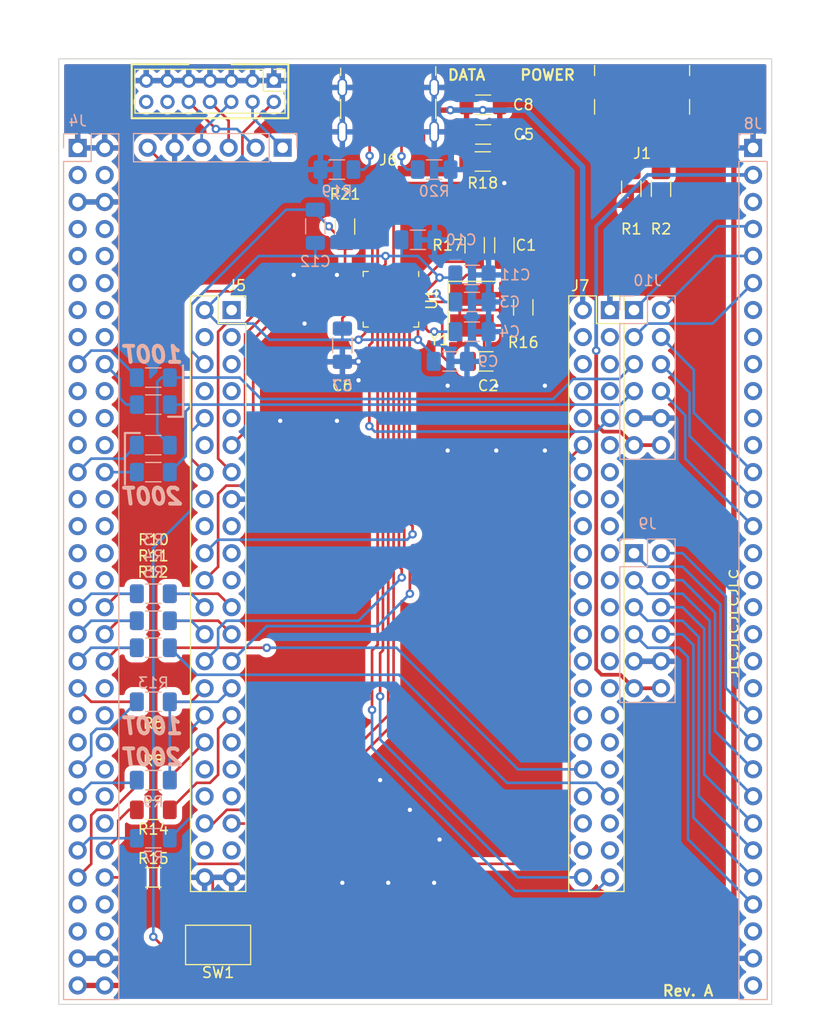
<source format=kicad_pcb>
(kicad_pcb (version 20211014) (generator pcbnew)
  (layers (0 "F.Cu" signal) (31 "B.Cu" signal) (34 "B.Paste" user) (35 "F.Paste" user) (36 "B.SilkS" user "B.Silkscreen") (37 "F.SilkS" user "F.Silkscreen") (38 "B.Mask" user) (39 "F.Mask" user) (44 "Edge.Cuts" user))
  (net 0 "")
  (net 1 "Net-(C6-Pad1)")
  (net 2 "Net-(J1-PadA5)")
  (net 3 "Net-(J1-PadB5)")
  (net 5 "GND")
  (net 8 "Net-(J4-Pad35)")
  (net 9 "Net-(J4-Pad36)")
  (net 10 "Net-(J4-Pad37)")
  (net 11 "Net-(J4-Pad38)")
  (net 12 "Net-(J4-Pad39)")
  (net 13 "Net-(J4-Pad40)")
  (net 14 "Net-(J4-Pad41)")
  (net 20 "Net-(J4-Pad47)")
  (net 22 "Net-(J4-Pad49)")
  (net 25 "Net-(J4-Pad53)")
  (net 26 "Net-(J4-Pad54)")
  (net 27 "Net-(J4-Pad55)")
  (net 28 "Net-(J4-Pad56)")
  (net 35 "/io2")
  (net 36 "/io3")
  (net 37 "/dqs")
  (net 38 "/io0")
  (net 39 "/io1")
  (net 40 "/io4")
  (net 41 "/clk")
  (net 42 "/io6")
  (net 43 "/io5")
  (net 44 "/ncs")
  (net 45 "/io7")
  (net 51 "/nrst")
  (net 64 "Net-(J6-PadA5)")
  (net 65 "Net-(J6-PadB5)")
  (net 66 "+5VD")
  (net 116 "IO_E5 ")
  (net 117 "IO_D5 ")
  (net 130 "/tms")
  (net 131 "/tdi")
  (net 132 "/tdo")
  (net 133 "/tck")
  (net 134 "/vref")
  (net 135 "Net-(J10-Pad1)")
  (net 136 "+5V")
  (net 137 "Net-(J10-Pad2)")
  (net 138 "Net-(J10-Pad3)")
  (net 145 "Net-(J10-Pad4)")
  (net 146 "Net-(J10-Pad6)")
  (net 147 "Net-(J10-Pad8)")
  (net 154 "Net-(J8-Pad22)")
  (net 155 "Net-(J8-Pad23)")
  (net 156 "+3.3V")
  (net 157 "/stp")
  (net 158 "/dir")
  (net 159 "/nxt")
  (net 160 "/reset")
  (net 161 "/d0")
  (net 162 "/ck")
  (net 163 "/d1")
  (net 164 "/d2")
  (net 165 "/d3")
  (net 166 "/d4")
  (net 167 "/d7")
  (net 168 "/d6")
  (net 169 "/d5")
  (net 170 "Net-(C1-Pad1)")
  (net 171 "/ready")
  (net 172 "Net-(J8-Pad24)")
  (net 173 "Net-(C2-Pad1)")
  (net 174 "Net-(C3-Pad1)")
  (net 175 "Net-(C4-Pad1)")
  (net 176 "VBUS")
  (net 177 "Net-(J8-Pad25)")
  (net 178 "Net-(J8-Pad26)")
  (net 182 "Net-(J8-Pad27)")
  (net 183 "Net-(J8-Pad28)")
  (net 184 "Net-(J8-Pad29)")
  (net 187 "Net-(R17-Pad1)")
  (net 188 "+3V3")
  (net 190 "DP")
  (net 191 "DM")
  (net 194 "Net-(J4-Pad17)")
  (net 195 "Net-(J4-Pad18)")
  (net 196 "Net-(J4-Pad25)")
  (net 197 "Net-(J4-Pad26)")
  (footprint "Resistor_SMD:R_1206_3216Metric_Pad1.30x1.75mm_HandSolder" (layer "F.Cu") (at 99.314 57.684 90)
    (fp_text reference "R21")
    (fp_text value "4.7k")
  )
  (footprint "Connector_PinSocket_2.54mm:PinSocket_2x22_P2.54mm_Vertical" (layer "F.Cu") (at 88.646 65.532)
    (fp_text reference "J5")
    (fp_text value "Conn_02x22_Odd_Even")
  )
  (footprint "Resistor_SMD:R_1206_3216Metric_Pad1.30x1.75mm_HandSolder" (layer "F.Cu") (at 81.28 97.282 180)
    (fp_text reference "R12")
    (fp_text value "33")
  )
  (footprint "Resistor_SMD:R_1206_3216Metric_Pad1.30x1.75mm_HandSolder" (layer "F.Cu") (at 112.268 51.562)
    (fp_text reference "R18")
    (fp_text value "5.1k")
  )
  (footprint "Resistor_SMD:R_1206_3216Metric_Pad1.30x1.75mm_HandSolder" (layer "F.Cu") (at 81.28 118.872 180)
    (fp_text reference "R15")
    (fp_text value "33")
  )
  (footprint "Capacitor_SMD:C_1206_3216Metric_Pad1.33x1.80mm_HandSolder" (layer "F.Cu") (at 112.3065 46.228)
    (fp_text reference "C8")
    (fp_text value "10n")
  )
  (footprint "Capacitor_SMD:C_1206_3216Metric_Pad1.33x1.80mm_HandSolder" (layer "F.Cu") (at 112.3065 49.022)
    (fp_text reference "C5")
    (fp_text value "4.7k")
  )
  (footprint "Crystal:Crystal_SMD_3225-4Pin_3.2x2.5mm_HandSoldering" (layer "F.Cu") (at 111.252 65.532 -90)
    (fp_text reference "Y1")
    (fp_text value "Crystal_GND24")
  )
  (footprint "Capacitor_SMD:C_1206_3216Metric_Pad1.33x1.80mm_HandSolder" (layer "F.Cu") (at 99.06 68.834 -90)
    (fp_text reference "C6")
    (fp_text value "4.7k")
  )
  (footprint "Package_DFN_QFN:QFN-32-1EP_5x5mm_P0.5mm_EP3.45x3.45mm" (layer "F.Cu") (at 103.632 64.516 -90)
    (fp_text reference "U1")
    (fp_text value "USB3300-EZK")
  )
  (footprint "Resistor_SMD:R_1206_3216Metric_Pad1.30x1.75mm_HandSolder" (layer "F.Cu") (at 81.28 94.742 180)
    (fp_text reference "R11")
    (fp_text value "33")
  )
  (footprint "My:USB_C_Receptacle_8pin" (layer "F.Cu") (at 103.376 46.849 180)
    (fp_text reference "J6")
    (fp_text value "USB_C_Receptacle_8pin")
  )
  (footprint "Resistor_SMD:R_1206_3216Metric_Pad1.30x1.75mm_HandSolder" (layer "F.Cu") (at 129.032 54.128 -90)
    (fp_text reference "R2")
    (fp_text value "5.1k")
  )
  (footprint "Connector_PinHeader_2.00mm:PinHeader_2x07_P2.00mm_Vertical" (layer "F.Cu") (at 92.614 43.958 -90)
    (fp_text reference "J3" hide)
    (fp_text value "Conn_02x07_Odd_Even")
  )
  (footprint "Resistor_SMD:R_1206_3216Metric_Pad1.30x1.75mm_HandSolder" (layer "F.Cu") (at 81.28 92.202 180)
    (fp_text reference "R10")
    (fp_text value "33")
  )
  (footprint "Capacitor_SMD:C_1206_3216Metric_Pad1.33x1.80mm_HandSolder" (layer "F.Cu") (at 114.3 59.436 90)
    (fp_text reference "C1")
    (fp_text value "20p")
  )
  (footprint "Resistor_SMD:R_1206_3216Metric_Pad1.30x1.75mm_HandSolder" (layer "F.Cu") (at 81.28 112.522 180)
    (fp_text reference "R14")
    (fp_text value "33")
  )
  (footprint "Resistor_SMD:R_1206_3216Metric_Pad1.30x1.75mm_HandSolder" (layer "F.Cu") (at 116.078 65.278 -90)
    (fp_text reference "R16")
    (fp_text value "1M")
  )
  (footprint "Resistor_SMD:R_1206_3216Metric_Pad1.30x1.75mm_HandSolder" (layer "F.Cu") (at 81.28 109.728)
    (fp_text reference "R8")
    (fp_text value "33")
  )
  (footprint "Resistor_SMD:R_1206_3216Metric_Pad1.30x1.75mm_HandSolder" (layer "F.Cu") (at 111.506 59.436 90)
    (fp_text reference "R17")
    (fp_text value "12k")
  )
  (footprint "Capacitor_SMD:C_1206_3216Metric_Pad1.33x1.80mm_HandSolder" (layer "F.Cu") (at 112.522 70.358)
    (fp_text reference "C2")
    (fp_text value "20p")
  )
  (footprint "Connector_PinSocket_2.54mm:PinSocket_2x22_P2.54mm_Vertical" (layer "F.Cu") (at 124.226 65.532)
    (fp_text reference "J7")
    (fp_text value "Conn_02x22_Odd_Even")
  )
  (footprint "My:USB_C_Receptacle_Power" (layer "F.Cu") (at 127.254 46.8645 180)
    (fp_text reference "J1")
    (fp_text value "USB_C_Receptacle_Power")
  )
  (footprint "Resistor_SMD:R_1206_3216Metric_Pad1.30x1.75mm_HandSolder" (layer "F.Cu") (at 126.238 54.128 -90)
    (fp_text reference "R1")
    (fp_text value "5.1k")
  )
  (footprint "Button_Switch_SMD:SW_SPST_CK_RS282G05A3" (layer "F.Cu") (at 87.376 125.222 180)
    (fp_text reference "SW1")
    (fp_text value "SW_Push")
  )
  (footprint "Resistor_SMD:R_1206_3216Metric_Pad1.30x1.75mm_HandSolder" (layer "F.Cu") (at 81.28 102.362)
    (fp_text reference "R6")
    (fp_text value "33")
  )
  (footprint "Resistor_SMD:R_1206_3216Metric_Pad1.30x1.75mm_HandSolder" (layer "B.Cu") (at 81.28 97.282)
    (fp_text reference "R5")
    (fp_text value "33")
  )
  (footprint "Connector_PinSocket_2.54mm:PinSocket_2x32_P2.54mm_Vertical" (layer "B.Cu") (at 74.168 50.292 180)
    (fp_text reference "J4")
    (fp_text value "Conn_02x32_Odd_Even")
  )
  (footprint "Connector_PinSocket_2.54mm:PinSocket_1x06_P2.54mm_Vertical" (layer "B.Cu") (at 93.447 50.267 90)
    (fp_text reference "J2" hide)
    (fp_text value "Conn_01x06_Male")
  )
  (footprint "Resistor_SMD:R_1206_3216Metric_Pad1.30x1.75mm_HandSolder" (layer "B.Cu") (at 81.28 94.742)
    (fp_text reference "R4")
    (fp_text value "33")
  )
  (footprint "Resistor_SMD:R_1206_3216Metric_Pad1.30x1.75mm_HandSolder" (layer "B.Cu") (at 81.28 78.232)
    (fp_text reference "R23" hide)
    (fp_text value "0")
  )
  (footprint "Resistor_SMD:R_1206_3216Metric_Pad1.30x1.75mm_HandSolder" (layer "B.Cu") (at 81.28 74.422 180)
    (fp_text reference "R24" hide)
    (fp_text value "0")
  )
  (footprint "Connector_PinSocket_2.54mm:PinSocket_2x06_P2.54mm_Vertical" (layer "B.Cu") (at 126.492 65.532 180)
    (fp_text reference "J10")
    (fp_text value "Conn_02x06_Odd_Even")
  )
  (footprint "Resistor_SMD:R_1206_3216Metric_Pad1.30x1.75mm_HandSolder" (layer "B.Cu") (at 81.28 102.362)
    (fp_text reference "R13")
    (fp_text value "33")
  )
  (footprint "Capacitor_SMD:C_1206_3216Metric_Pad1.33x1.80mm_HandSolder" (layer "B.Cu") (at 106.172 58.928)
    (fp_text reference "C10")
    (fp_text value "100n")
  )
  (footprint "Capacitor_SMD:C_1206_3216Metric_Pad1.33x1.80mm_HandSolder" (layer "B.Cu") (at 99.06 68.834 -90)
    (fp_text reference "C7")
    (fp_text value "100n")
  )
  (footprint "Resistor_SMD:R_1206_3216Metric_Pad1.30x1.75mm_HandSolder" (layer "B.Cu") (at 81.28 92.202)
    (fp_text reference "R3")
    (fp_text value "33")
  )
  (footprint "Resistor_SMD:R_1206_3216Metric_Pad1.30x1.75mm_HandSolder" (layer "B.Cu") (at 81.28 71.882)
    (fp_text reference "R22" hide)
    (fp_text value "0")
  )
  (footprint "Capacitor_SMD:C_1206_3216Metric_Pad1.33x1.80mm_HandSolder" (layer "B.Cu") (at 111.252 67.564)
    (fp_text reference "C4")
    (fp_text value "4.7k")
  )
  (footprint "Capacitor_SMD:C_1206_3216Metric_Pad1.33x1.80mm_HandSolder" (layer "B.Cu") (at 111.252 64.77)
    (fp_text reference "C3")
    (fp_text value "4.7k")
  )
  (footprint "Capacitor_SMD:C_1206_3216Metric_Pad1.33x1.80mm_HandSolder" (layer "B.Cu") (at 109.22 70.358)
    (fp_text reference "C9")
    (fp_text value "100n")
  )
  (footprint "Resistor_SMD:R_1206_3216Metric_Pad1.30x1.75mm_HandSolder" (layer "B.Cu") (at 81.28 80.772 180)
    (fp_text reference "R25" hide)
    (fp_text value "0")
  )
  (footprint "Resistor_SMD:R_1206_3216Metric_Pad1.30x1.75mm_HandSolder" (layer "B.Cu") (at 98.55 52.324)
    (fp_text reference "R19")
    (fp_text value "5.1k")
  )
  (footprint "Resistor_SMD:R_1206_3216Metric_Pad1.30x1.75mm_HandSolder" (layer "B.Cu") (at 81.28 115.189)
    (fp_text reference "R7")
    (fp_text value "33")
  )
  (footprint "Capacitor_SMD:C_1206_3216Metric_Pad1.33x1.80mm_HandSolder" (layer "B.Cu") (at 111.252 62.23)
    (fp_text reference "C11")
    (fp_text value "100n")
  )
  (footprint "Capacitor_SMD:C_1206_3216Metric_Pad1.33x1.80mm_HandSolder" (layer "B.Cu") (at 96.52 57.658 90)
    (fp_text reference "C12")
    (fp_text value "10n")
  )
  (footprint "Resistor_SMD:R_1206_3216Metric_Pad1.30x1.75mm_HandSolder" (layer "B.Cu") (at 107.694 52.324 180)
    (fp_text reference "R20")
    (fp_text value "5.1k")
  )
  (footprint "Connector_PinSocket_2.54mm:PinSocket_1x32_P2.54mm_Vertical" (layer "B.Cu") (at 137.693 50.287 180)
    (fp_text reference "J8")
    (fp_text value "Conn_01x32_Male")
  )
  (footprint "Connector_PinSocket_2.54mm:PinSocket_2x06_P2.54mm_Vertical" (layer "B.Cu") (at 126.492 88.392 180)
    (fp_text reference "J9")
    (fp_text value "Conn_02x06_Odd_Even")
  )
  (footprint "Resistor_SMD:R_1206_3216Metric_Pad1.30x1.75mm_HandSolder" (layer "B.Cu") (at 81.28 109.728)
    (fp_text reference "R9")
    (fp_text value "33")
  )
  (gr_line (start 78.613 81.915) (end 78.613 77.089) (layer "B.SilkS") (width 0.2))
  (gr_line (start 84.074 70.739) (end 84.074 75.565) (layer "B.SilkS") (width 0.2))
  (gr_line (start 82.677 75.565) (end 84.074 75.565) (layer "B.SilkS") (width 0.2))
  (gr_line (start 78.613 77.089) (end 80.01 77.089) (layer "B.SilkS") (width 0.2))
  (gr_line (start 79.248 42.418) (end 84.582 42.418) (layer "F.SilkS") (width 0.2))
  (gr_line (start 93.98 42.418) (end 93.98 47.498) (layer "F.SilkS") (width 0.2))
  (gr_line (start 79.248 47.498) (end 79.248 42.418) (layer "F.SilkS") (width 0.2))
  (gr_line (start 88.646 42.418) (end 93.98 42.418) (layer "F.SilkS") (width 0.2))
  (gr_line (start 93.98 47.498) (end 79.248 47.498) (layer "F.SilkS") (width 0.2))
  (gr_line (start 139.446 130.81) (end 72.39 130.81) (layer "Edge.Cuts") (width 0.1))
  (gr_line (start 72.39 130.81) (end 72.39 41.91) (layer "Edge.Cuts") (width 0.1))
  (gr_line (start 72.39 41.91) (end 139.446 41.91) (layer "Edge.Cuts") (width 0.1))
  (gr_line (start 139.446 41.91) (end 139.446 130.81) (layer "Edge.Cuts") (width 0.1))
  (gr_text "200T" (at 81.28 107.569) (layer "B.SilkS") (effects (font (size 1.5 1.5) (thickness 0.375) italic) (justify mirror)))
  (gr_text "200T" (at 81.28 83.058) (layer "B.SilkS") (effects (font (size 1.5 1.5) (thickness 0.375) italic) (justify mirror)))
  (gr_text "100T" (at 81.28 69.723) (layer "B.SilkS") (effects (font (size 1.5 1.5) (thickness 0.375) italic) (justify mirror)))
  (gr_text "100T" (at 81.28 104.648) (layer "B.SilkS") (effects (font (size 1.5 1.5) (thickness 0.375) italic) (justify mirror)))
  (gr_text "POWER" (at 118.364 43.434) (layer "F.SilkS") (effects (font (size 1 1) (thickness 0.2))))
  (gr_text "DATA" (at 110.744 43.434) (layer "F.SilkS") (effects (font (size 1 1) (thickness 0.2))))
  (gr_text "Rev. A" (at 131.572 129.54) (layer "F.SilkS") (effects (font (size 1 1) (thickness 0.2))))
  (gr_text "JLCJLCJLCJLC" (at 135.89 94.996 90) (layer "F.SilkS") (effects (font (size 0.8 1))))
  (segment (start 101.1945 65.766) (end 99.588 65.766) (width 0.25) (layer "F.Cu") (net 1))
  (segment (start 99.06 66.294) (end 99.06 67.2715) (width 0.25) (layer "F.Cu") (net 1))
  (segment (start 99.588 65.766) (end 99.06 66.294) (width 0.25) (layer "F.Cu") (net 1))
  (segment (start 127.762 48.6425) (end 127.762 51.308) (width 0.25) (layer "F.Cu") (net 2))
  (segment (start 127.762 51.308) (end 129.032 52.578) (width 0.25) (layer "F.Cu") (net 2))
  (segment (start 126.746 48.6425) (end 126.746 52.07) (width 0.25) (layer "F.Cu") (net 3))
  (segment (start 126.746 52.07) (end 126.238 52.578) (width 0.25) (layer "F.Cu") (net 3))
  (segment (start 99.058 50.546) (end 99.056 50.544) (width 0.25) (layer "F.Cu") (net 5))
  (segment (start 100.584 70.358) (end 100.5455 70.3965) (width 0.25) (layer "F.Cu") (net 5))
  (segment (start 124.714 63.246) (end 131.826 63.246) (width 0.25) (layer "F.Cu") (net 5))
  (segment (start 128.016 126.492) (end 131.774 122.734) (width 0.25) (layer "F.Cu") (net 5))
  (segment (start 112.402 64.082) (end 112.402 65.532) (width 0.25) (layer "F.Cu") (net 5))
  (segment (start 122.174 54.356) (end 121.9545 54.1365) (width 0.25) (layer "F.Cu") (net 5))
  (segment (start 111.506 65.532) (end 110.102 65.532) (width 0.25) (layer "F.Cu") (net 5))
  (segment (start 130.048 48.6425) (end 130.048 50.546) (width 0.25) (layer "F.Cu") (net 5))
  (segment (start 126.492 75.692) (end 129.032 75.692) (width 0.25) (layer "F.Cu") (net 5))
  (segment (start 114.0845 70.358) (end 117.602 70.358) (width 0.25) (layer "F.Cu") (net 5))
  (segment (start 123.4785 51.0195) (end 121.9545 51.0195) (width 0.25) (layer "F.Cu") (net 5))
  (segment (start 132.5535 54.8985) (end 131.774 55.678) (width 0.25) (layer "F.Cu") (net 5))
  (segment (start 124.226 63.734) (end 124.714 63.246) (width 0.25) (layer "F.Cu") (net 5))
  (segment (start 118.618 65.532) (end 111.506 65.532) (width 0.25) (layer "F.Cu") (net 5))
  (segment (start 96.52 70.866) (end 96.9895 70.3965) (width 0.25) (layer "F.Cu") (net 5))
  (segment (start 121.9545 52.0355) (end 121.9545 51.0195) (width 0.25) (layer "F.Cu") (net 5))
  (segment (start 126.492 98.552) (end 131.722 98.552) (width 0.25) (layer "F.Cu") (net 5))
  (segment (start 132.5535 48.3885) (end 132.5535 51.5275) (width 0.25) (layer "F.Cu") (net 5))
  (segment (start 107.188 60.706) (end 109.474 58.42) (width 0.25) (layer "F.Cu") (net 5))
  (segment (start 122.2085 48.6425) (end 121.9545 48.3885) (width 0.25) (layer "F.Cu") (net 5))
  (segment (start 100.5455 70.3965) (end 99.06 70.3965) (width 0.25) (layer "F.Cu") (net 5))
  (segment (start 131.0295 51.5275) (end 132.5535 51.5275) (width 0.25) (layer "F.Cu") (net 5))
  (segment (start 96.52 78.994) (end 96.52 70.866) (width 0.25) (layer "F.Cu") (net 5))
  (segment (start 118.618 60.706) (end 119.23 60.706) (width 0.25) (layer "F.Cu") (net 5))
  (segment (start 100.328 50.546) (end 99.058 50.546) (width 0.25) (layer "F.Cu") (net 5))
  (segment (start 89.408 83.332) (end 92.182 83.332) (width 0.25) (layer "F.Cu") (net 5))
  (segment (start 92.182 83.332) (end 96.52 78.994) (width 0.25) (layer "F.Cu") (net 5))
  (segment (start 137.693 45.999) (end 137.693 50.287) (width 0.25) (layer "F.Cu") (net 5))
  (segment (start 131.774 75.64) (end 131.774 65.48) (width 0.25) (layer "F.Cu") (net 5))
  (segment (start 109.474 58.42) (end 109.474 57.886) (width 0.25) (layer "F.Cu") (net 5))
  (segment (start 115.798 57.886) (end 118.618 60.706) (width 0.25) (layer "F.Cu") (net 5))
  (segment (start 74.168 126.492) (end 76.708 126.492) (width 0.25) (layer "F.Cu") (net 5))
  (segment (start 110.102 65.532) (end 110.102 66.982) (width 0.25) (layer "F.Cu") (net 5))
  (segment (start 131.774 122.734) (end 131.774 98.5) (width 0.25) (layer "F.Cu") (net 5))
  (segment (start 131.774 98.5) (end 131.774 75.64) (width 0.25) (layer "F.Cu") (net 5))
  (segment (start 96.52 44.6245) (end 121.9545 44.6245) (width 0.25) (layer "F.Cu") (net 5))
  (segment (start 92.63 43.942) (end 95.758 43.942) (width 0.25) (layer "F.Cu") (net 5))
  (segment (start 99.314 56.616) (end 99.314 54.864) (width 0.25) (layer "F.Cu") (net 5))
  (segment (start 104.882 62.0785) (end 104.882 63.266) (width 0.25) (layer "F.Cu") (net 5))
  (segment (start 124.258 55.678) (end 123.646 55.678) (width 0.25) (layer "F.Cu") (net 5))
  (segment (start 130.048 50.546) (end 131.0295 51.5275) (width 0.25) (layer "F.Cu") (net 5))
  (segment (start 96.9895 70.3965) (end 99.06 70.3965) (width 0.25) (layer "F.Cu") (net 5))
  (segment (start 97.028 49.022) (end 97.271 48.779) (width 0.25) (layer "F.Cu") (net 5))
  (segment (start 129.032 55.678) (end 126.238 55.678) (width 0.25) (layer "F.Cu") (net 5))
  (segment (start 119.23 60.706) (end 124.258 55.678) (width 0.25) (layer "F.Cu") (net 5))
  (segment (start 131.774 65.48) (end 131.774 55.678) (width 0.25) (layer "F.Cu") (net 5))
  (segment (start 104.882 63.266) (end 103.632 64.516) (width 0.25) (layer "F.Cu") (net 5))
  (segment (start 118.618 69.342) (end 118.618 60.706) (width 0.25) (layer "F.Cu") (net 5))
  (segment (start 126.238 55.678) (end 124.258 55.678) (width 0.25) (layer "F.Cu") (net 5))
  (segment (start 99.056 44.609) (end 99.056 48.779) (width 0.25) (layer "F.Cu") (net 5))
  (segment (start 99.314 54.864) (end 97.028 52.578) (width 0.25) (layer "F.Cu") (net 5))
  (segment (start 104.882 62.0785) (end 104.882 60.726) (width 0.25) (layer "F.Cu") (net 5))
  (segment (start 121.9545 48.3885) (end 121.9545 44.6245) (width 0.25) (layer "F.Cu") (net 5))
  (segment (start 132.5535 51.5275) (end 132.5535 54.8985) (width 0.25) (layer "F.Cu") (net 5))
  (segment (start 136.3185 44.6245) (end 137.693 45.999) (width 0.25) (layer "F.Cu") (net 5))
  (segment (start 124.46 50.038) (end 123.4785 51.0195) (width 0.25) (layer "F.Cu") (net 5))
  (segment (start 86.868 118.892) (end 86.868 126.492) (width 0.25) (layer "F.Cu") (net 5))
  (segment (start 112.402 65.532) (end 111.506 65.532) (width 0.25) (layer "F.Cu") (net 5))
  (segment (start 109.474 57.886) (end 115.798 57.886) (width 0.25) (layer "F.Cu") (net 5))
  (segment (start 106.678 50.8) (end 107.44 50.8) (width 0.25) (layer "F.Cu") (net 5))
  (segment (start 121.9545 44.6245) (end 132.5535 44.6245) (width 0.25) (layer "F.Cu") (net 5))
  (segment (start 105.382 62.0785) (end 105.382 60.706) (width 0.25) (layer "F.Cu") (net 5))
  (segment (start 86.868 118.892) (end 89.408 118.892) (width 0.25) (layer "F.Cu") (net 5))
  (segment (start 121.92 50.546) (end 121.9545 50.5115) (width 0.25) (layer "F.Cu") (net 5))
  (segment (start 123.496 55.678) (end 122.174 54.356) (width 0.25) (layer "F.Cu") (net 5))
  (segment (start 123.646 55.678) (end 123.496 55.678) (width 0.25) (layer "F.Cu") (net 5))
  (segment (start 132.5535 44.6245) (end 136.3185 44.6245) (width 0.25) (layer "F.Cu") (net 5))
  (segment (start 104.902 60.706) (end 105.664 60.706) (width 0.25) (layer "F.Cu") (net 5))
  (segment (start 131.722 75.692) (end 131.774 75.64) (width 0.25) (layer "F.Cu") (net 5))
  (segment (start 117.602 70.358) (end 118.618 69.342) (width 0.25) (layer "F.Cu") (net 5))
  (segment (start 121.9545 54.1365) (end 121.9545 52.0355) (width 0.25) (layer "F.Cu") (net 5))
  (segment (start 129.032 75.692) (end 131.722 75.692) (width 0.25) (layer "F.Cu") (net 5))
  (segment (start 90.932 126.492) (end 86.868 126.492) (width 0.25) (layer "F.Cu") (net 5))
  (segment (start 86.868 126.492) (end 76.708 126.492) (width 0.25) (layer "F.Cu") (net 5))
  (segment (start 92.614 43.958) (end 92.63 43.942) (width 0.25) (layer "F.Cu") (net 5))
  (segment (start 124.46 48.6425) (end 124.46 50.038) (width 0.25) (layer "F.Cu") (net 5))
  (segment (start 91.276 125.222) (end 91.276 126.492) (width 0.25) (layer "F.Cu") (net 5))
  (segment (start 97.271 48.779) (end 99.056 48.779) (width 0.25) (layer "F.Cu") (net 5))
  (segment (start 121.946 54.128) (end 122.174 54.356) (width 0.25) (layer "F.Cu") (net 5))
  (segment (start 95.756 43.942) (end 96.4385 44.6245) (width 0.25) (layer "F.Cu") (net 5))
  (segment (start 121.9545 50.5115) (end 121.9545 48.3885) (width 0.25) (layer "F.Cu") (net 5))
  (segment (start 107.44 50.8) (end 107.696 50.544) (width 0.25) (layer "F.Cu") (net 5))
  (segment (start 121.9545 51.0195) (end 121.9545 50.5115) (width 0.25) (layer "F.Cu") (net 5))
  (segment (start 107.696 50.544) (end 107.696 48.779) (width 0.25) (layer "F.Cu") (net 5))
  (segment (start 124.226 65.532) (end 124.226 63.734) (width 0.25) (layer "F.Cu") (net 5))
  (segment (start 105.382 60.706) (end 105.664 60.706) (width 0.25) (layer "F.Cu") (net 5))
  (segment (start 131.722 98.552) (end 131.774 98.5) (width 0.25) (layer "F.Cu") (net 5))
  (segment (start 131.774 55.678) (end 129.032 55.678) (width 0.25) (layer "F.Cu") (net 5))
  (segment (start 104.882 60.726) (end 104.902 60.706) (width 0.25) (layer "F.Cu") (net 5))
  (segment (start 128.016 126.492) (end 90.932 126.492) (width 0.25) (layer "F.Cu") (net 5))
  (segment (start 97.028 52.578) (end 97.028 49.022) (width 0.25) (layer "F.Cu") (net 5))
  (segment (start 99.056 50.544) (end 99.056 48.779) (width 0.25) (layer "F.Cu") (net 5))
  (segment (start 105.664 60.706) (end 107.188 60.706) (width 0.25) (layer "F.Cu") (net 5))
  (segment (start 106.678 49.359) (end 106.678 50.8) (width 0.25) (layer "F.Cu") (net 5))
  (segment (start 113.869 46.228) (end 113.869 49.022) (width 0.25) (layer "F.Cu") (net 5))
  (segment (start 100.328 49.359) (end 100.328 50.546) (width 0.25) (layer "F.Cu") (net 5))
  (via (at 93.218 75.946) (size 0.8) (drill 0.4) (layers "F.Cu" "B.Cu") (net 5))
  (via (at 100.584 70.358) (size 0.8) (drill 0.4) (layers "F.Cu" "B.Cu") (net 5))
  (via (at 98.552 75.946) (size 0.8) (drill 0.4) (layers "F.Cu" "B.Cu") (net 5))
  (via (at 108.966 78.74) (size 0.8) (drill 0.4) (layers "F.Cu" "B.Cu") (net 5))
  (via (at 103.378 119.38) (size 0.8) (drill 0.4) (layers "F.Cu" "B.Cu") (net 5))
  (via (at 99.06 119.38) (size 0.8) (drill 0.4) (layers "F.Cu" "B.Cu") (net 5))
  (via (at 116.078 49.276) (size 0.8) (drill 0.4) (layers "F.Cu" "B.Cu") (net 5))
  (via (at 118.11 78.74) (size 0.8) (drill 0.4) (layers "F.Cu" "B.Cu") (net 5))
  (via (at 108.204 115.316) (size 0.8) (drill 0.4) (layers "F.Cu" "B.Cu") (net 5))
  (via (at 100.584 72.136) (size 0.8) (drill 0.4) (layers "F.Cu" "B.Cu") (net 5))
  (via (at 95.504 66.802) (size 0.8) (drill 0.4) (layers "F.Cu" "B.Cu") (net 5))
  (via (at 118.11 72.644) (size 0.8) (drill 0.4) (layers "F.Cu" "B.Cu") (net 5))
  (via (at 108.966 72.644) (size 0.8) (drill 0.4) (layers "F.Cu" "B.Cu") (net 5))
  (via (at 113.538 72.644) (size 0.8) (drill 0.4) (layers "F.Cu" "B.Cu") (net 5))
  (via (at 114.3 53.594) (size 0.8) (drill 0.4) (layers "F.Cu" "B.Cu") (net 5))
  (via (at 107.696 119.38) (size 0.8) (drill 0.4) (layers "F.Cu" "B.Cu") (net 5))
  (via (at 102.616 109.728) (size 0.8) (drill 0.4) (layers "F.Cu" "B.Cu") (net 5))
  (via (at 94.488 62.23) (size 0.8) (drill 0.4) (layers "F.Cu" "B.Cu") (net 5))
  (via (at 105.41 112.522) (size 0.8) (drill 0.4) (layers "F.Cu" "B.Cu") (net 5))
  (via (at 98.552 62.23) (size 0.8) (drill 0.4) (layers "F.Cu" "B.Cu") (net 5))
  (via (at 113.538 78.74) (size 0.8) (drill 0.4) (layers "F.Cu" "B.Cu") (net 5))
  (segment (start 112.0525 70.358) (end 112.0525 70.0655) (width 0.25) (layer "B.Cu") (net 5))
  (segment (start 109.982 55.372) (end 109.982 58.928) (width 0.25) (layer "B.Cu") (net 5))
  (segment (start 76.713 126.487) (end 76.708 126.492) (width 0.25) (layer "B.Cu") (net 5))
  (segment (start 80.614 43.958) (end 92.614 43.958) (width 0.25) (layer "B.Cu") (net 5))
  (segment (start 79.248 43.958) (end 79.248 46.99) (width 0.25) (layer "B.Cu") (net 5))
  (segment (start 112.776 69.342) (end 112.776 60.96) (width 0.25) (layer "B.Cu") (net 5))
  (segment (start 80.614 43.958) (end 79.248 43.958) (width 0.25) (layer "B.Cu") (net 5))
  (segment (start 83.287 48.26) (end 83.287 50.267) (width 0.25) (layer "B.Cu") (net 5))
  (segment (start 80.518 48.26) (end 83.287 48.26) (width 0.25) (layer "B.Cu") (net 5))
  (segment (start 104.394 70.358) (end 106.172 72.136) (width 0.25) (layer "B.Cu") (net 5))
  (segment (start 78.232 50.292) (end 78.232 55.372) (width 0.25) (layer "B.Cu") (net 5))
  (segment (start 109.244 54.634) (end 109.982 55.372) (width 0.25) (layer "B.Cu") (net 5))
  (segment (start 74.168 50.292) (end 76.708 50.292) (width 0.25) (layer "B.Cu") (net 5))
  (segment (start 112.0525 70.358) (end 110.7825 70.358) (width 0.25) (layer "B.Cu") (net 5))
  (segment (start 112.776 60.96) (end 110.744 58.928) (width 0.25) (layer "B.Cu") (net 5))
  (segment (start 79.248 49.276) (end 79.248 46.99) (width 0.25) (layer "B.Cu") (net 5))
  (segment (start 107.7345 58.928) (end 109.982 58.928) (width 0.25) (layer "B.Cu") (net 5))
  (segment (start 100.584 70.358) (end 100.5455 70.3965) (width 0.25) (layer "B.Cu") (net 5))
  (segment (start 100.584 70.358) (end 104.394 70.358) (width 0.25) (layer "B.Cu") (net 5))
  (segment (start 110.744 58.928) (end 109.982 58.928) (width 0.25) (layer "B.Cu") (net 5))
  (segment (start 100.5455 70.3965) (end 99.06 70.3965) (width 0.25) (layer "B.Cu") (net 5))
  (segment (start 76.708 50.292) (end 78.232 50.292) (width 0.25) (layer "B.Cu") (net 5))
  (segment (start 106.172 72.136) (end 112.014 72.136) (width 0.25) (layer "B.Cu") (net 5))
  (segment (start 109.244 52.324) (end 109.244 54.634) (width 0.25) (layer "B.Cu") (net 5))
  (segment (start 78.232 50.292) (end 79.248 49.276) (width 0.25) (layer "B.Cu") (net 5))
  (segment (start 112.0525 70.0655) (end 112.776 69.342) (width 0.25) (layer "B.Cu") (net 5))
  (segment (start 99.056 50.268) (end 97 52.324) (width 0.25) (layer "B.Cu") (net 5))
  (segment (start 79.248 46.99) (end 80.518 48.26) (width 0.25) (layer "B.Cu") (net 5))
  (segment (start 78.232 55.372) (end 74.168 55.372) (width 0.25) (layer "B.Cu") (net 5))
  (segment (start 107.696 52.07) (end 107.95 52.324) (width 0.25) (layer "B.Cu") (net 5))
  (segment (start 137.693 126.487) (end 76.713 126.487) (width 0.25) (layer "B.Cu") (net 5))
  (segment (start 99.056 48.779) (end 99.056 50.268) (width 0.25) (layer "B.Cu") (net 5))
  (segment (start 107.696 44.609) (end 107.696 48.779) (width 0.25) (layer "B.Cu") (net 5))
  (segment (start 107.696 48.779) (end 107.696 52.07) (width 0.25) (layer "B.Cu") (net 5))
  (segment (start 112.0525 72.0975) (end 112.0525 70.358) (width 0.25) (layer "B.Cu") (net 5))
  (segment (start 107.95 52.324) (end 109.244 52.324) (width 0.25) (layer "B.Cu") (net 5))
  (segment (start 112.014 72.136) (end 112.0525 72.0975) (width 0.25) (layer "B.Cu") (net 5))
  (segment (start 86.868 118.892) (end 86.888 118.872) (width 0.25) (layer "B.Cu") (net 5))
  (segment (start 74.168 93.472) (end 75.438 92.202) (width 0.25) (layer "B.Cu") (net 8))
  (segment (start 75.438 92.202) (end 79.73 92.202) (width 0.25) (layer "B.Cu") (net 8))
  (segment (start 77.978 92.202) (end 76.708 93.472) (width 0.25) (layer "F.Cu") (net 9))
  (segment (start 79.73 92.202) (end 77.978 92.202) (width 0.25) (layer "F.Cu") (net 9))
  (segment (start 79.73 94.742) (end 75.438 94.742) (width 0.25) (layer "B.Cu") (net 10))
  (segment (start 75.438 94.742) (end 74.168 96.012) (width 0.25) (layer "B.Cu") (net 10))
  (segment (start 77.978 94.742) (end 76.708 96.012) (width 0.25) (layer "F.Cu") (net 11))
  (segment (start 79.73 94.742) (end 77.978 94.742) (width 0.25) (layer "F.Cu") (net 11))
  (segment (start 74.168 98.552) (end 75.438 97.282) (width 0.25) (layer "B.Cu") (net 12))
  (segment (start 75.438 97.282) (end 79.73 97.282) (width 0.25) (layer "B.Cu") (net 12))
  (segment (start 77.978 97.282) (end 76.708 98.552) (width 0.25) (layer "F.Cu") (net 13))
  (segment (start 79.73 97.282) (end 77.978 97.282) (width 0.25) (layer "F.Cu") (net 13))
  (segment (start 74.168 101.092) (end 75.438 102.362) (width 0.25) (layer "F.Cu") (net 14))
  (segment (start 75.438 102.362) (end 79.73 102.362) (width 0.25) (layer "F.Cu") (net 14))
  (segment (start 79.73 102.362) (end 77.19 104.902) (width 0.25) (layer "B.Cu") (net 20))
  (segment (start 75.438 107.442) (end 74.168 108.712) (width 0.25) (layer "B.Cu") (net 20))
  (segment (start 75.438 105.41) (end 75.438 107.442) (width 0.25) (layer "B.Cu") (net 20))
  (segment (start 75.946 104.902) (end 75.438 105.41) (width 0.25) (layer "B.Cu") (net 20))
  (segment (start 77.19 104.902) (end 75.946 104.902) (width 0.25) (layer "B.Cu") (net 20))
  (segment (start 79.476 109.982) (end 75.438 109.982) (width 0.25) (layer "B.Cu") (net 22))
  (segment (start 79.73 109.728) (end 79.476 109.982) (width 0.25) (layer "B.Cu") (net 22))
  (segment (start 75.438 109.982) (end 74.168 111.252) (width 0.25) (layer "B.Cu") (net 22))
  (segment (start 75.311 115.189) (end 74.168 116.332) (width 0.25) (layer "B.Cu") (net 25))
  (segment (start 79.73 115.189) (end 75.311 115.189) (width 0.25) (layer "B.Cu") (net 25))
  (segment (start 76.708 116.332) (end 77.978 115.062) (width 0.25) (layer "F.Cu") (net 26))
  (segment (start 78.994 112.522) (end 79.73 112.522) (width 0.25) (layer "F.Cu") (net 26))
  (segment (start 77.978 115.062) (end 77.978 113.538) (width 0.25) (layer "F.Cu") (net 26))
  (segment (start 77.978 113.538) (end 78.994 112.522) (width 0.25) (layer "F.Cu") (net 26))
  (segment (start 75.946 112.522) (end 75.438 113.03) (width 0.25) (layer "F.Cu") (net 27))
  (segment (start 75.438 113.03) (end 75.438 117.602) (width 0.25) (layer "F.Cu") (net 27))
  (segment (start 75.438 117.602) (end 74.168 118.872) (width 0.25) (layer "F.Cu") (net 27))
  (segment (start 79.73 110.236) (end 77.444 112.522) (width 0.25) (layer "F.Cu") (net 27))
  (segment (start 77.444 112.522) (end 75.946 112.522) (width 0.25) (layer "F.Cu") (net 27))
  (segment (start 79.73 109.728) (end 79.73 110.236) (width 0.25) (layer "F.Cu") (net 27))
  (segment (start 79.73 118.872) (end 76.708 118.872) (width 0.25) (layer "F.Cu") (net 28))
  (segment (start 84.836 92.202) (end 86.126 93.492) (width 0.25) (layer "B.Cu") (net 35))
  (segment (start 82.83 92.202) (end 84.836 92.202) (width 0.25) (layer "B.Cu") (net 35))
  (segment (start 82.83 92.202) (end 87.376 92.202) (width 0.25) (layer "F.Cu") (net 36))
  (segment (start 87.376 92.202) (end 88.666 93.492) (width 0.25) (layer "F.Cu") (net 36))
  (segment (start 82.83 94.742) (end 84.836 94.742) (width 0.25) (layer "B.Cu") (net 37))
  (segment (start 84.836 94.742) (end 86.126 96.032) (width 0.25) (layer "B.Cu") (net 37))
  (segment (start 104.394 99.822) (end 85.37 99.822) (width 0.25) (layer "B.Cu") (net 38))
  (segment (start 124.226 111.252) (end 122.956 109.982) (width 0.25) (layer "B.Cu") (net 38))
  (segment (start 114.554 109.982) (end 104.394 99.822) (width 0.25) (layer "B.Cu") (net 38))
  (segment (start 85.37 99.822) (end 82.83 97.282) (width 0.25) (layer "B.Cu") (net 38))
  (segment (start 122.956 109.982) (end 114.554 109.982) (width 0.25) (layer "B.Cu") (net 38))
  (segment (start 91.948 97.282) (end 82.83 97.282) (width 0.25) (layer "F.Cu") (net 39))
  (via (at 91.948 97.282) (size 0.8) (drill 0.4) (layers "F.Cu" "B.Cu") (net 39))
  (segment (start 115.57 108.712) (end 121.686 108.712) (width 0.25) (layer "B.Cu") (net 39))
  (segment (start 104.14 97.282) (end 115.57 108.712) (width 0.25) (layer "B.Cu") (net 39))
  (segment (start 91.948 97.282) (end 104.14 97.282) (width 0.25) (layer "B.Cu") (net 39))
  (segment (start 84.836 102.362) (end 82.83 102.362) (width 0.25) (layer "F.Cu") (net 40))
  (segment (start 86.106 101.092) (end 84.836 102.362) (width 0.25) (layer "F.Cu") (net 40))
  (segment (start 82.83 109.855) (end 82.83 102.59) (width 0.25) (layer "B.Cu") (net 41))
  (segment (start 87.376 102.362) (end 82.83 102.362) (width 0.25) (layer "B.Cu") (net 41))
  (segment (start 88.646 101.092) (end 87.376 102.362) (width 0.25) (layer "B.Cu") (net 41))
  (segment (start 82.83 102.59) (end 83.058 102.362) (width 0.25) (layer "B.Cu") (net 41))
  (segment (start 82.83 115.189) (end 84.836 113.183) (width 0.25) (layer "B.Cu") (net 42))
  (segment (start 84.836 104.902) (end 86.106 103.632) (width 0.25) (layer "B.Cu") (net 42))
  (segment (start 84.836 113.183) (end 84.836 104.902) (width 0.25) (layer "B.Cu") (net 42))
  (segment (start 87.376 109.22) (end 86.614 109.982) (width 0.25) (layer "F.Cu") (net 43))
  (segment (start 85.37 109.982) (end 82.83 112.522) (width 0.25) (layer "F.Cu") (net 43))
  (segment (start 87.376 104.902) (end 87.376 109.22) (width 0.25) (layer "F.Cu") (net 43))
  (segment (start 88.646 103.632) (end 87.376 104.902) (width 0.25) (layer "F.Cu") (net 43))
  (segment (start 86.614 109.982) (end 85.37 109.982) (width 0.25) (layer "F.Cu") (net 43))
  (segment (start 86.106 106.172) (end 82.83 109.448) (width 0.25) (layer "F.Cu") (net 44))
  (segment (start 82.83 109.448) (end 82.83 109.728) (width 0.25) (layer "F.Cu") (net 44))
  (segment (start 119.38 117.602) (end 84.1 117.602) (width 0.25) (layer "F.Cu") (net 45))
  (segment (start 120.396 79.522) (end 120.396 116.586) (width 0.25) (layer "F.Cu") (net 45))
  (segment (start 121.686 78.232) (end 120.396 79.522) (width 0.25) (layer "F.Cu") (net 45))
  (segment (start 120.396 116.586) (end 119.38 117.602) (width 0.25) (layer "F.Cu") (net 45))
  (segment (start 84.1 117.602) (end 82.83 118.872) (width 0.25) (layer "F.Cu") (net 45))
  (segment (start 82.042 125.222) (end 83.476 125.222) (width 0.25) (layer "F.Cu") (net 51))
  (segment (start 81.28 124.46) (end 82.042 125.222) (width 0.25) (layer "F.Cu") (net 51))
  (via (at 81.28 124.46) (size 0.8) (drill 0.4) (layers "F.Cu" "B.Cu") (net 51))
  (segment (start 84.836 76.962) (end 86.086 75.712) (width 0.25) (layer "B.Cu") (net 51))
  (segment (start 81.28 124.46) (end 81.28 87.884) (width 0.25) (layer "B.Cu") (net 51))
  (segment (start 84.836 84.328) (end 84.836 76.962) (width 0.25) (layer "B.Cu") (net 51))
  (segment (start 81.28 87.884) (end 84.836 84.328) (width 0.25) (layer "B.Cu") (net 51))
  (segment (start 104.626 49.359) (end 104.626 51.074) (width 0.25) (layer "F.Cu") (net 64))
  (via (at 104.626 51.074) (size 0.8) (drill 0.4) (layers "F.Cu" "B.Cu") (net 64))
  (segment (start 104.626 51.074) (end 104.626 51.796) (width 0.25) (layer "B.Cu") (net 64))
  (segment (start 105.154 52.324) (end 106.144 52.324) (width 0.25) (layer "B.Cu") (net 64))
  (segment (start 104.626 51.796) (end 105.154 52.324) (width 0.25) (layer "B.Cu") (net 64))
  (segment (start 101.626 49.359) (end 101.626 51.026) (width 0.25) (layer "F.Cu") (net 65))
  (via (at 101.626 51.026) (size 0.8) (drill 0.4) (layers "F.Cu" "B.Cu") (net 65))
  (segment (start 101.09 52.324) (end 100.1 52.324) (width 0.25) (layer "B.Cu") (net 65))
  (segment (start 101.626 51.026) (end 101.626 51.788) (width 0.25) (layer "B.Cu") (net 65))
  (segment (start 101.626 51.788) (end 101.09 52.324) (width 0.25) (layer "B.Cu") (net 65))
  (segment (start 103.882 54.614) (end 104.902 53.594) (width 0.25) (layer "F.Cu") (net 66))
  (segment (start 104.902 53.594) (end 111.786 53.594) (width 0.25) (layer "F.Cu") (net 66))
  (segment (start 103.882 62.0785) (end 103.882 54.614) (width 0.25) (layer "F.Cu") (net 66))
  (segment (start 111.786 53.594) (end 113.818 51.562) (width 0.25) (layer "F.Cu") (net 66))
  (segment (start 89.408 71.882) (end 91.423 73.897) (width 0.25) (layer "B.Cu") (net 116))
  (segment (start 81.661 72.263) (end 82.042 71.882) (width 0.25) (layer "B.Cu") (net 116))
  (segment (start 91.423 73.897) (end 118.889 73.897) (width 0.25) (layer "B.Cu") (net 116))
  (segment (start 82.83 78.232) (end 81.661 77.063) (width 0.25) (layer "B.Cu") (net 116))
  (segment (start 81.661 77.063) (end 81.661 72.263) (width 0.25) (layer "B.Cu") (net 116))
  (segment (start 82.042 71.882) (end 89.408 71.882) (width 0.25) (layer "B.Cu") (net 116))
  (segment (start 120.777 72.009) (end 125.095 72.009) (width 0.25) (layer "B.Cu") (net 116))
  (segment (start 118.889 73.897) (end 120.777 72.009) (width 0.25) (layer "B.Cu") (net 116))
  (segment (start 125.095 72.009) (end 126.492 70.612) (width 0.25) (layer "B.Cu") (net 116))
  (segment (start 125.222 74.422) (end 82.83 74.422) (width 0.25) (layer "B.Cu") (net 117))
  (segment (start 126.492 73.152) (end 125.222 74.422) (width 0.25) (layer "B.Cu") (net 117))
  (segment (start 84.328 79.274) (end 84.328 75.057) (width 0.25) (layer "B.Cu") (net 117))
  (segment (start 84.328 75.057) (end 84.963 74.422) (width 0.25) (layer "B.Cu") (net 117))
  (segment (start 82.83 80.772) (end 84.328 79.274) (width 0.25) (layer "B.Cu") (net 117))
  (segment (start 90.614 45.958) (end 90.614 47.434) (width 0.25) (layer "B.Cu") (net 130))
  (segment (start 90.614 47.434) (end 93.447 50.267) (width 0.25) (layer "B.Cu") (net 130))
  (segment (start 84.614 45.958) (end 87.167146 48.511146) (width 0.25) (layer "F.Cu") (net 131))
  (via (at 87.167146 48.511146) (size 0.8) (drill 0.4) (layers "F.Cu" "B.Cu") (net 131))
  (segment (start 89.151146 48.511146) (end 90.907 50.267) (width 0.25) (layer "B.Cu") (net 131))
  (segment (start 87.167146 48.511146) (end 89.151146 48.511146) (width 0.25) (layer "B.Cu") (net 131))
  (segment (start 88.138 47.482) (end 88.138 47.498) (width 0.25) (layer "F.Cu") (net 132))
  (segment (start 88.367 47.727) (end 88.367 50.267) (width 0.25) (layer "F.Cu") (net 132))
  (segment (start 86.614 45.958) (end 88.138 47.482) (width 0.25) (layer "F.Cu") (net 132))
  (segment (start 88.138 47.498) (end 88.367 47.727) (width 0.25) (layer "F.Cu") (net 132))
  (segment (start 88.614 45.958) (end 85.827 48.745) (width 0.25) (layer "B.Cu") (net 133))
  (segment (start 85.827 48.745) (end 85.827 50.267) (width 0.25) (layer "B.Cu") (net 133))
  (segment (start 92.614 45.958) (end 89.662 48.91) (width 0.25) (layer "F.Cu") (net 134))
  (segment (start 89.662 48.91) (end 89.662 51.054) (width 0.25) (layer "F.Cu") (net 134))
  (segment (start 89.662 51.054) (end 88.9 51.816) (width 0.25) (layer "F.Cu") (net 134))
  (segment (start 82.296 51.816) (end 80.747 50.267) (width 0.25) (layer "F.Cu") (net 134))
  (segment (start 88.9 51.816) (end 82.296 51.816) (width 0.25) (layer "F.Cu") (net 134))
  (segment (start 137.444 57.658) (end 137.693 57.907) (width 0.25) (layer "B.Cu") (net 135))
  (segment (start 126.492 65.532) (end 134.366 57.658) (width 0.25) (layer "B.Cu") (net 135))
  (segment (start 134.366 57.658) (end 137.444 57.658) (width 0.25) (layer "B.Cu") (net 135))
  (segment (start 129.794 46.482) (end 134.62 46.482) (width 0.5) (layer "F.Cu") (net 136))
  (segment (start 134.366 129.032) (end 76.708 129.032) (width 0.5) (layer "F.Cu") (net 136))
  (segment (start 126.5865 46.482) (end 129.794 46.482) (width 0.5) (layer "F.Cu") (net 136))
  (segment (start 128.778 48.6425) (end 128.778 47.498) (width 0.5) (layer "F.Cu") (net 136))
  (segment (start 125.73 48.6425) (end 125.73 47.3385) (width 0.5) (layer "F.Cu") (net 136))
  (segment (start 135.89 127.508) (end 134.366 129.032) (width 0.5) (layer "F.Cu") (net 136))
  (segment (start 125.73 47.3385) (end 126.5865 46.482) (width 0.5) (layer "F.Cu") (net 136))
  (segment (start 128.778 47.498) (end 129.794 46.482) (width 0.5) (layer "F.Cu") (net 136))
  (segment (start 74.168 129.032) (end 76.708 129.032) (width 0.5) (layer "F.Cu") (net 136))
  (segment (start 134.62 46.482) (end 135.89 47.752) (width 0.5) (layer "F.Cu") (net 136))
  (segment (start 135.89 47.752) (end 135.89 127.508) (width 0.5) (layer "F.Cu") (net 136))
  (segment (start 134.117 60.447) (end 137.693 60.447) (width 0.25) (layer "B.Cu") (net 137))
  (segment (start 129.032 65.532) (end 134.117 60.447) (width 0.25) (layer "B.Cu") (net 137))
  (segment (start 137.693 62.987) (end 133.878 66.802) (width 0.25) (layer "B.Cu") (net 138))
  (segment (start 133.878 66.802) (end 127.762 66.802) (width 0.25) (layer "B.Cu") (net 138))
  (segment (start 127.762 66.802) (end 126.492 68.072) (width 0.25) (layer "B.Cu") (net 138))
  (segment (start 132.118 75.192) (end 137.693 80.767) (width 0.25) (layer "B.Cu") (net 145))
  (segment (start 129.032 68.072) (end 132.118 71.158) (width 0.25) (layer "B.Cu") (net 145))
  (segment (start 132.118 71.158) (end 132.118 75.192) (width 0.25) (layer "B.Cu") (net 145))
  (segment (start 131.718 77.362) (end 137.663 83.307) (width 0.25) (layer "B.Cu") (net 146))
  (segment (start 131.718 73.298) (end 131.718 77.362) (width 0.25) (layer "B.Cu") (net 146))
  (segment (start 137.663 83.307) (end 137.693 83.307) (width 0.25) (layer "B.Cu") (net 146))
  (segment (start 129.032 70.612) (end 131.718 73.298) (width 0.25) (layer "B.Cu") (net 146))
  (segment (start 129.032 73.152) (end 131.318 75.438) (width 0.25) (layer "B.Cu") (net 147))
  (segment (start 131.318 75.438) (end 131.318 79.502) (width 0.25) (layer "B.Cu") (net 147))
  (segment (start 131.318 79.502) (end 135.128 83.312) (width 0.25) (layer "B.Cu") (net 147))
  (segment (start 135.128 83.312) (end 135.158 83.312) (width 0.25) (layer "B.Cu") (net 147))
  (segment (start 135.158 83.312) (end 137.693 85.847) (width 0.25) (layer "B.Cu") (net 147))
  (segment (start 135.128 92.456) (end 131.064 88.392) (width 0.25) (layer "B.Cu") (net 154))
  (segment (start 135.128 101.062) (end 135.128 92.456) (width 0.25) (layer "B.Cu") (net 154))
  (segment (start 137.693 103.627) (end 135.128 101.062) (width 0.25) (layer "B.Cu") (net 154))
  (segment (start 131.064 88.392) (end 129.032 88.392) (width 0.25) (layer "B.Cu") (net 154))
  (segment (start 126.492 88.392) (end 127.762 89.662) (width 0.25) (layer "B.Cu") (net 155))
  (segment (start 134.62 93.218) (end 134.62 103.094) (width 0.25) (layer "B.Cu") (net 155))
  (segment (start 134.62 103.094) (end 137.693 106.167) (width 0.25) (layer "B.Cu") (net 155))
  (segment (start 127.762 89.662) (end 131.064 89.662) (width 0.25) (layer "B.Cu") (net 155))
  (segment (start 131.064 89.662) (end 134.62 93.218) (width 0.25) (layer "B.Cu") (net 155))
  (segment (start 102.882 61.456) (end 102.882 62.0785) (width 0.25) (layer "F.Cu") (net 156))
  (segment (start 108.204 62.484) (end 106.922 63.766) (width 0.25) (layer "F.Cu") (net 156))
  (segment (start 106.922 63.766) (end 106.0695 63.766) (width 0.25) (layer "F.Cu") (net 156))
  (segment (start 106.172 66.3685) (end 106.0695 66.266) (width 0.25) (layer "F.Cu") (net 156))
  (segment (start 108.204 62.484) (end 107.422 63.266) (width 0.25) (layer "F.Cu") (net 156))
  (segment (start 106.172 68.326) (end 106.172 66.3685) (width 0.25) (layer "F.Cu") (net 156))
  (segment (start 100.584 68.326) (end 101.1945 67.7155) (width 0.25) (layer "F.Cu") (net 156))
  (segment (start 101.1945 67.7155) (end 101.1945 66.266) (width 0.25) (layer "F.Cu") (net 156))
  (segment (start 107.422 63.266) (end 106.0695 63.266) (width 0.25) (layer "F.Cu") (net 156))
  (segment (start 103.124 61.214) (end 102.882 61.456) (width 0.25) (layer "F.Cu") (net 156))
  (segment (start 103.124 60.452) (end 103.124 61.214) (width 0.25) (layer "F.Cu") (net 156))
  (via (at 100.584 68.326) (size 0.8) (drill 0.4) (layers "F.Cu" "B.Cu") (net 156))
  (via (at 108.204 62.484) (size 0.8) (drill 0.4) (layers "F.Cu" "B.Cu") (net 156))
  (via (at 106.172 68.326) (size 0.8) (drill 0.4) (layers "F.Cu" "B.Cu") (net 156))
  (via (at 103.124 60.452) (size 0.8) (drill 0.4) (layers "F.Cu" "B.Cu") (net 156))
  (segment (start 99.06 67.2715) (end 99.06 68.326) (width 0.25) (layer "B.Cu") (net 156))
  (segment (start 91.186 60.452) (end 86.106 65.532) (width 0.25) (layer "B.Cu") (net 156))
  (segment (start 107.6575 70.358) (end 107.6575 69.8115) (width 0.25) (layer "B.Cu") (net 156))
  (segment (start 106.172 68.326) (end 100.584 68.326) (width 0.25) (layer "B.Cu") (net 156))
  (segment (start 87.376 66.802) (end 90.678 66.802) (width 0.25) (layer "B.Cu") (net 156))
  (segment (start 86.106 65.532) (end 87.376 66.802) (width 0.25) (layer "B.Cu") (net 156))
  (segment (start 90.678 66.802) (end 92.202 68.326) (width 0.25) (layer "B.Cu") (net 156))
  (segment (start 104.648 60.452) (end 106.172 60.452) (width 0.25) (layer "B.Cu") (net 156))
  (segment (start 108.204 62.484) (end 109.4355 62.484) (width 0.25) (layer "B.Cu") (net 156))
  (segment (start 103.124 60.452) (end 96.52 60.452) (width 0.25) (layer "B.Cu") (net 156))
  (segment (start 104.648 59.2205) (end 104.648 60.452) (width 0.25) (layer "B.Cu") (net 156))
  (segment (start 96.52 59.2205) (end 96.52 60.452) (width 0.25) (layer "B.Cu") (net 156))
  (segment (start 103.124 60.452) (end 104.648 60.452) (width 0.25) (layer "B.Cu") (net 156))
  (segment (start 92.202 68.326) (end 99.06 68.326) (width 0.25) (layer "B.Cu") (net 156))
  (segment (start 106.172 60.452) (end 108.204 62.484) (width 0.25) (layer "B.Cu") (net 156))
  (segment (start 100.584 68.326) (end 99.06 68.326) (width 0.25) (layer "B.Cu") (net 156))
  (segment (start 107.6575 69.8115) (end 106.172 68.326) (width 0.25) (layer "B.Cu") (net 156))
  (segment (start 96.52 60.452) (end 91.186 60.452) (width 0.25) (layer "B.Cu") (net 156))
  (segment (start 109.4355 62.484) (end 109.6895 62.23) (width 0.25) (layer "B.Cu") (net 156))
  (segment (start 89.916 76.962) (end 89.916 67.818) (width 0.25) (layer "F.Cu") (net 157))
  (segment (start 92.968 64.766) (end 101.1945 64.766) (width 0.25) (layer "F.Cu") (net 157))
  (segment (start 88.646 78.232) (end 89.916 76.962) (width 0.25) (layer "F.Cu") (net 157))
  (segment (start 89.916 67.818) (end 92.968 64.766) (width 0.25) (layer "F.Cu") (net 157))
  (segment (start 87.376 67.564) (end 88.138 66.802) (width 0.25) (layer "F.Cu") (net 158))
  (segment (start 92.452 64.266) (end 101.1945 64.266) (width 0.25) (layer "F.Cu") (net 158))
  (segment (start 87.376 79.502) (end 87.376 67.564) (width 0.25) (layer "F.Cu") (net 158))
  (segment (start 88.138 66.802) (end 89.916 66.802) (width 0.25) (layer "F.Cu") (net 158))
  (segment (start 89.916 66.802) (end 92.452 64.266) (width 0.25) (layer "F.Cu") (net 158))
  (segment (start 88.646 80.772) (end 87.376 79.502) (width 0.25) (layer "F.Cu") (net 158))
  (segment (start 86.094 63.766) (end 101.1945 63.766) (width 0.25) (layer "F.Cu") (net 159))
  (segment (start 84.836 65.024) (end 86.094 63.766) (width 0.25) (layer "F.Cu") (net 159))
  (segment (start 84.836 79.502) (end 84.836 65.024) (width 0.25) (layer "F.Cu") (net 159))
  (segment (start 86.126 80.792) (end 84.836 79.502) (width 0.25) (layer "F.Cu") (net 159))
  (segment (start 97.79 57.658) (end 97.79 57.71) (width 0.25) (layer "F.Cu") (net 160))
  (segment (start 97.79 57.71) (end 99.314 59.234) (width 0.25) (layer "F.Cu") (net 160))
  (segment (start 100.612 62.766) (end 101.1945 62.766) (width 0.25) (layer "F.Cu") (net 160))
  (segment (start 99.314 61.468) (end 100.612 62.766) (width 0.25) (layer "F.Cu") (net 160))
  (segment (start 99.314 59.716) (end 99.314 61.468) (width 0.25) (layer "F.Cu") (net 160))
  (via (at 97.79 57.658) (size 0.8) (drill 0.4) (layers "F.Cu" "B.Cu") (net 160))
  (segment (start 86.106 70.612) (end 84.836 69.342) (width 0.25) (layer "B.Cu") (net 160))
  (segment (start 84.836 69.342) (end 84.836 65.024) (width 0.25) (layer "B.Cu") (net 160))
  (segment (start 84.836 65.024) (end 93.7645 56.0955) (width 0.25) (layer "B.Cu") (net 160))
  (segment (start 96.52 56.388) (end 97.79 57.658) (width 0.25) (layer "B.Cu") (net 160))
  (segment (start 96.52 56.0955) (end 96.52 56.388) (width 0.25) (layer "B.Cu") (net 160))
  (segment (start 93.7645 56.0955) (end 96.52 56.0955) (width 0.25) (layer "B.Cu") (net 160))
  (segment (start 105.664 86.614) (end 105.664 85.852) (width 0.25) (layer "F.Cu") (net 161))
  (segment (start 105.664 85.852) (end 105.382 85.57) (width 0.25) (layer "F.Cu") (net 161))
  (segment (start 105.382 85.57) (end 105.382 67.084) (width 0.25) (layer "F.Cu") (net 161))
  (via (at 105.664 86.614) (size 0.8) (drill 0.4) (layers "F.Cu" "B.Cu") (net 161))
  (segment (start 105.664 86.614) (end 105.156 87.122) (width 0.25) (layer "B.Cu") (net 161))
  (segment (start 87.376 87.122) (end 86.106 88.392) (width 0.25) (layer "B.Cu") (net 161))
  (segment (start 105.156 87.122) (end 87.376 87.122) (width 0.25) (layer "B.Cu") (net 161))
  (segment (start 86.106 90.932) (end 87.376 89.662) (width 0.25) (layer "F.Cu") (net 162))
  (segment (start 90.678 68.326) (end 93.738 65.266) (width 0.25) (layer "F.Cu") (net 162))
  (segment (start 88.138 82.042) (end 90.17 82.042) (width 0.25) (layer "F.Cu") (net 162))
  (segment (start 87.376 89.662) (end 87.376 82.804) (width 0.25) (layer "F.Cu") (net 162))
  (segment (start 93.738 65.266) (end 101.1945 65.266) (width 0.25) (layer "F.Cu") (net 162))
  (segment (start 87.376 82.804) (end 88.138 82.042) (width 0.25) (layer "F.Cu") (net 162))
  (segment (start 90.678 81.534) (end 90.678 68.326) (width 0.25) (layer "F.Cu") (net 162))
  (segment (start 90.17 82.042) (end 90.678 81.534) (width 0.25) (layer "F.Cu") (net 162))
  (segment (start 105.41 92.202) (end 105.41 89.897205) (width 0.25) (layer "F.Cu") (net 163))
  (segment (start 105.41 89.897205) (end 104.882 89.369205) (width 0.25) (layer "F.Cu") (net 163))
  (segment (start 104.882 89.369205) (end 104.882 67.056) (width 0.25) (layer "F.Cu") (net 163))
  (via (at 105.41 92.202) (size 0.8) (drill 0.4) (layers "F.Cu" "B.Cu") (net 163))
  (segment (start 91.948 95.25) (end 88.646 98.552) (width 0.25) (layer "B.Cu") (net 163))
  (segment (start 102.362 95.25) (end 91.948 95.25) (width 0.25) (layer "B.Cu") (net 163))
  (segment (start 105.41 92.202) (end 102.362 95.25) (width 0.25) (layer "B.Cu") (net 163))
  (segment (start 104.648 90.678) (end 104.648 89.916) (width 0.25) (layer "F.Cu") (net 164))
  (segment (start 104.382 89.65) (end 104.382 67.056) (width 0.25) (layer "F.Cu") (net 164))
  (segment (start 104.648 89.916) (end 104.382 89.65) (width 0.25) (layer "F.Cu") (net 164))
  (via (at 104.648 90.678) (size 0.8) (drill 0.4) (layers "F.Cu" "B.Cu") (net 164))
  (segment (start 87.376 97.282) (end 86.106 98.552) (width 0.25) (layer "B.Cu") (net 164))
  (segment (start 88.138 94.742) (end 87.376 95.504) (width 0.25) (layer "B.Cu") (net 164))
  (segment (start 100.584 94.742) (end 88.138 94.742) (width 0.25) (layer "B.Cu") (net 164))
  (segment (start 104.648 90.678) (end 100.584 94.742) (width 0.25) (layer "B.Cu") (net 164))
  (segment (start 87.376 95.504) (end 87.376 97.282) (width 0.25) (layer "B.Cu") (net 164))
  (segment (start 103.882 67.06) (end 103.882 104.398) (width 0.25) (layer "F.Cu") (net 165))
  (segment (start 103.882 104.398) (end 94.468 113.812) (width 0.25) (layer "F.Cu") (net 165))
  (segment (start 94.468 113.812) (end 89.408 113.812) (width 0.25) (layer "F.Cu") (net 165))
  (segment (start 86.868 113.812) (end 86.905686 113.812) (width 0.25) (layer "F.Cu") (net 166))
  (segment (start 103.378 103.632) (end 103.378 67.056) (width 0.25) (layer "F.Cu") (net 166))
  (segment (start 86.905686 113.812) (end 88.195686 112.522) (width 0.25) (layer "F.Cu") (net 166))
  (segment (start 94.488 112.522) (end 103.378 103.632) (width 0.25) (layer "F.Cu") (net 166))
  (segment (start 88.195686 112.522) (end 94.488 112.522) (width 0.25) (layer "F.Cu") (net 166))
  (segment (start 101.6 76.454) (end 101.6 68.834) (width 0.25) (layer "F.Cu") (net 167))
  (segment (start 101.6 68.834) (end 101.854 68.58) (width 0.25) (layer "F.Cu") (net 167))
  (segment (start 101.882 66.9535) (end 101.882 68.552) (width 0.25) (layer "F.Cu") (net 167))
  (via (at 101.6 76.454) (size 0.8) (drill 0.4) (layers "F.Cu" "B.Cu") (net 167))
  (segment (start 102.108 76.962) (end 122.956 76.962) (width 0.25) (layer "B.Cu") (net 167))
  (segment (start 122.956 76.962) (end 124.226 75.692) (width 0.25) (layer "B.Cu") (net 167))
  (segment (start 101.6 76.454) (end 102.108 76.962) (width 0.25) (layer "B.Cu") (net 167))
  (segment (start 101.854 103.124) (end 101.854 97.536) (width 0.25) (layer "F.Cu") (net 168))
  (segment (start 102.382 97.008) (end 102.382 67.076) (width 0.25) (layer "F.Cu") (net 168))
  (segment (start 101.854 97.536) (end 102.382 97.008) (width 0.25) (layer "F.Cu") (net 168))
  (via (at 101.854 103.124) (size 0.8) (drill 0.4) (layers "F.Cu" "B.Cu") (net 168))
  (segment (start 101.854 103.124) (end 101.854 106.68) (width 0.25) (layer "B.Cu") (net 168))
  (segment (start 122.956 120.142) (end 124.226 118.872) (width 0.25) (layer "B.Cu") (net 168))
  (segment (start 101.854 106.68) (end 115.316 120.142) (width 0.25) (layer "B.Cu") (net 168))
  (segment (start 115.316 120.142) (end 122.956 120.142) (width 0.25) (layer "B.Cu") (net 168))
  (segment (start 102.616 101.854) (end 102.616 97.79) (width 0.25) (layer "F.Cu") (net 169))
  (segment (start 102.616 97.79) (end 102.882 97.524) (width 0.25) (layer "F.Cu") (net 169))
  (segment (start 102.882 97.524) (end 102.882 67.068) (width 0.25) (layer "F.Cu") (net 169))
  (via (at 102.616 101.854) (size 0.8) (drill 0.4) (layers "F.Cu" "B.Cu") (net 169))
  (segment (start 102.616 101.854) (end 102.616 105.918) (width 0.25) (layer "B.Cu") (net 169))
  (segment (start 102.616 105.918) (end 115.57 118.872) (width 0.25) (layer "B.Cu") (net 169))
  (segment (start 115.57 118.872) (end 121.686 118.872) (width 0.25) (layer "B.Cu") (net 169))
  (segment (start 114.3 60.9985) (end 114.3 62.23) (width 0.25) (layer "F.Cu") (net 170))
  (segment (start 115.57 62.23) (end 116.078 62.738) (width 0.25) (layer "F.Cu") (net 170))
  (segment (start 116.078 62.738) (end 116.078 63.728) (width 0.25) (layer "F.Cu") (net 170))
  (segment (start 106.0695 64.766) (end 109.418 64.766) (width 0.25) (layer "F.Cu") (net 170))
  (segment (start 114.3 62.23) (end 115.57 62.23) (width 0.25) (layer "F.Cu") (net 170))
  (segment (start 110.744 62.23) (end 114.3 62.23) (width 0.25) (layer "F.Cu") (net 170))
  (segment (start 109.418 64.766) (end 110.102 64.082) (width 0.25) (layer "F.Cu") (net 170))
  (segment (start 110.102 64.082) (end 110.102 62.872) (width 0.25) (layer "F.Cu") (net 170))
  (segment (start 110.102 62.872) (end 110.744 62.23) (width 0.25) (layer "F.Cu") (net 170))
  (segment (start 82.83 94.742) (end 87.376 94.742) (width 0.25) (layer "F.Cu") (net 171))
  (segment (start 87.376 94.742) (end 88.666 96.032) (width 0.25) (layer "F.Cu") (net 171))
  (segment (start 131.064 90.932) (end 129.032 90.932) (width 0.25) (layer "B.Cu") (net 172))
  (segment (start 137.693 108.707) (end 134.112 105.126) (width 0.25) (layer "B.Cu") (net 172))
  (segment (start 134.112 105.126) (end 134.112 93.98) (width 0.25) (layer "B.Cu") (net 172))
  (segment (start 134.112 93.98) (end 131.064 90.932) (width 0.25) (layer "B.Cu") (net 172))
  (segment (start 107.938 65.266) (end 108.458 65.786) (width 0.25) (layer "F.Cu") (net 173))
  (segment (start 108.458 69.85) (end 108.966 70.358) (width 0.25) (layer "F.Cu") (net 173))
  (segment (start 112.402 69.97) (end 112.402 66.982) (width 0.25) (layer "F.Cu") (net 173))
  (segment (start 108.458 65.786) (end 108.458 69.85) (width 0.25) (layer "F.Cu") (net 173))
  (segment (start 112.014 70.358) (end 112.402 69.97) (width 0.25) (layer "F.Cu") (net 173))
  (segment (start 106.0695 65.266) (end 107.938 65.266) (width 0.25) (layer "F.Cu") (net 173))
  (segment (start 108.966 70.358) (end 112.014 70.358) (width 0.25) (layer "F.Cu") (net 173))
  (segment (start 115.924 66.982) (end 116.078 66.828) (width 0.25) (layer "F.Cu") (net 173))
  (segment (start 112.402 66.982) (end 115.924 66.982) (width 0.25) (layer "F.Cu") (net 173))
  (segment (start 106.0695 64.266) (end 107.637332 64.266) (width 0.25) (layer "F.Cu") (net 174))
  (segment (start 107.637332 64.266) (end 107.926636 63.976696) (width 0.25) (layer "F.Cu") (net 174))
  (via (at 107.926636 63.976696) (size 0.8) (drill 0.4) (layers "F.Cu" "B.Cu") (net 174))
  (segment (start 108.71994 64.77) (end 109.6895 64.77) (width 0.25) (layer "B.Cu") (net 174))
  (segment (start 107.926636 63.976696) (end 108.71994 64.77) (width 0.25) (layer "B.Cu") (net 174))
  (segment (start 107.696 67.564) (end 107.188 67.564) (width 0.25) (layer "F.Cu") (net 175))
  (segment (start 107.188 67.564) (end 106.934 67.31) (width 0.25) (layer "F.Cu") (net 175))
  (segment (start 106.934 67.31) (end 106.934 66.215702) (width 0.25) (layer "F.Cu") (net 175))
  (segment (start 106.484298 65.766) (end 106.0695 65.766) (width 0.25) (layer "F.Cu") (net 175))
  (segment (start 106.934 66.215702) (end 106.484298 65.766) (width 0.25) (layer "F.Cu") (net 175))
  (via (at 107.696 67.564) (size 0.8) (drill 0.4) (layers "F.Cu" "B.Cu") (net 175))
  (segment (start 107.696 67.564) (end 109.6895 67.564) (width 0.25) (layer "B.Cu") (net 175))
  (segment (start 101.09 48.59) (end 101.09 49.359) (width 0.35) (layer "F.Cu") (net 176))
  (segment (start 105.916 48.513) (end 105.916 48.768) (width 0.35) (layer "F.Cu") (net 176))
  (segment (start 110.744 46.228) (end 110.744 51.536) (width 0.5) (layer "F.Cu") (net 176))
  (segment (start 110.744 51.536) (end 110.718 51.562) (width 0.5) (layer "F.Cu") (net 176))
  (segment (start 106.68 46.736) (end 110.236 46.736) (width 0.5) (layer "F.Cu") (net 176))
  (segment (start 101.674 48.006) (end 101.09 48.59) (width 0.35) (layer "F.Cu") (net 176))
  (segment (start 105.41 48.006) (end 106.68 46.736) (width 0.5) (layer "F.Cu") (net 176))
  (segment (start 108.712 46.736) (end 112.268 46.736) (width 0.5) (layer "F.Cu") (net 176))
  (segment (start 105.41 48.006) (end 101.674 48.006) (width 0.35) (layer "F.Cu") (net 176))
  (segment (start 110.236 46.736) (end 110.744 46.228) (width 0.5) (layer "F.Cu") (net 176))
  (segment (start 105.409 48.006) (end 105.916 48.513) (width 0.35) (layer "F.Cu") (net 176))
  (via (at 109.22 46.736) (size 0.8) (drill 0.4) (layers "F.Cu" "B.Cu") (net 176))
  (via (at 112.268 46.736) (size 0.8) (drill 0.4) (layers "F.Cu" "B.Cu") (net 176))
  (segment (start 109.22 46.736) (end 116.332 46.736) (width 0.5) (layer "B.Cu") (net 176))
  (segment (start 116.332 46.736) (end 121.666 52.07) (width 0.5) (layer "B.Cu") (net 176))
  (segment (start 121.666 65.512) (end 121.686 65.532) (width 0.5) (layer "B.Cu") (net 176))
  (segment (start 121.666 52.07) (end 121.666 65.512) (width 0.5) (layer "B.Cu") (net 176))
  (segment (start 127.762 92.202) (end 126.492 90.932) (width 0.25) (layer "B.Cu") (net 177))
  (segment (start 131.064 92.202) (end 127.762 92.202) (width 0.25) (layer "B.Cu") (net 177))
  (segment (start 133.604 107.158) (end 133.604 94.742) (width 0.25) (layer "B.Cu") (net 177))
  (segment (start 137.693 111.247) (end 133.604 107.158) (width 0.25) (layer "B.Cu") (net 177))
  (segment (start 133.604 94.742) (end 131.064 92.202) (width 0.25) (layer "B.Cu") (net 177))
  (segment (start 133.096 109.19) (end 133.096 95.504) (width 0.25) (layer "B.Cu") (net 178))
  (segment (start 133.096 95.504) (end 131.064 93.472) (width 0.25) (layer "B.Cu") (net 178))
  (segment (start 131.064 93.472) (end 129.032 93.472) (width 0.25) (layer "B.Cu") (net 178))
  (segment (start 137.693 113.787) (end 133.096 109.19) (width 0.25) (layer "B.Cu") (net 178))
  (segment (start 127.762 94.742) (end 126.492 93.472) (width 0.25) (layer "B.Cu") (net 182))
  (segment (start 137.693 116.327) (end 132.588 111.222) (width 0.25) (layer "B.Cu") (net 182))
  (segment (start 132.588 111.222) (end 132.588 96.266) (width 0.25) (layer "B.Cu") (net 182))
  (segment (start 132.588 96.266) (end 131.064 94.742) (width 0.25) (layer "B.Cu") (net 182))
  (segment (start 131.064 94.742) (end 127.762 94.742) (width 0.25) (layer "B.Cu") (net 182))
  (segment (start 131.064 96.012) (end 129.032 96.012) (width 0.25) (layer "B.Cu") (net 183))
  (segment (start 132.08 97.028) (end 131.064 96.012) (width 0.25) (layer "B.Cu") (net 183))
  (segment (start 132.08 113.254) (end 132.08 97.028) (width 0.25) (layer "B.Cu") (net 183))
  (segment (start 137.693 118.867) (end 132.08 113.254) (width 0.25) (layer "B.Cu") (net 183))
  (segment (start 137.693 121.407) (end 131.572 115.286) (width 0.25) (layer "B.Cu") (net 184))
  (segment (start 127.762 97.282) (end 126.492 96.012) (width 0.25) (layer "B.Cu") (net 184))
  (segment (start 130.700998 97.282) (end 127.762 97.282) (width 0.25) (layer "B.Cu") (net 184))
  (segment (start 131.572 115.286) (end 131.572 98.153002) (width 0.25) (layer "B.Cu") (net 184))
  (segment (start 131.572 98.153002) (end 130.700998 97.282) (width 0.25) (layer "B.Cu") (net 184))
  (segment (start 111.506 60.986) (end 108.432 60.986) (width 0.25) (layer "F.Cu") (net 187))
  (segment (start 106.652 62.766) (end 106.0695 62.766) (width 0.25) (layer "F.Cu") (net 187))
  (segment (start 108.432 60.986) (end 106.652 62.766) (width 0.25) (layer "F.Cu") (net 187))
  (segment (start 125.367 77.107) (end 126.492 78.232) (width 0.35) (layer "F.Cu") (net 188))
  (segment (start 129.032 101.092) (end 126.492 101.092) (width 0.35) (layer "F.Cu") (net 188))
  (segment (start 122.936 76.294002) (end 122.936 99.314) (width 0.35) (layer "F.Cu") (net 188))
  (segment (start 123.444 99.822) (end 125.222 99.822) (width 0.35) (layer "F.Cu") (net 188))
  (segment (start 122.936 99.314) (end 123.444 99.822) (width 0.35) (layer "F.Cu") (net 188))
  (segment (start 123.603998 76.962) (end 125.222 76.962) (width 0.35) (layer "F.Cu") (net 188))
  (segment (start 122.936 69.342) (end 122.936 76.294002) (width 0.35) (layer "F.Cu") (net 188))
  (segment (start 126.492 78.232) (end 129.032 78.232) (width 0.35) (layer "F.Cu") (net 188))
  (segment (start 125.222 76.962) (end 125.367 77.107) (width 0.35) (layer "F.Cu") (net 188))
  (segment (start 125.222 99.822) (end 126.492 101.092) (width 0.35) (layer "F.Cu") (net 188))
  (segment (start 122.936 76.294002) (end 123.603998 76.962) (width 0.35) (layer "F.Cu") (net 188))
  (via (at 122.936 69.342) (size 0.8) (drill 0.4) (layers "F.Cu" "B.Cu") (net 188))
  (segment (start 122.936 57.658) (end 127.767 52.827) (width 0.35) (layer "B.Cu") (net 188))
  (segment (start 127.767 52.827) (end 137.693 52.827) (width 0.35) (layer "B.Cu") (net 188))
  (segment (start 122.936 69.342) (end 122.936 57.658) (width 0.35) (layer "B.Cu") (net 188))
  (segment (start 103.626 49.359) (end 103.626 51.82) (width 0.25) (layer "F.Cu") (net 190))
  (segment (start 103.632 52.959) (end 102.382 54.209) (width 0.25) (layer "F.Cu") (net 190))
  (segment (start 102.382 54.209) (end 102.382 62.0785) (width 0.25) (layer "F.Cu") (net 190))
  (segment (start 103.632 51.816) (end 103.632 52.959) (width 0.25) (layer "F.Cu") (net 190))
  (segment (start 101.882 53.82) (end 101.882 62.0785) (width 0.25) (layer "F.Cu") (net 191))
  (segment (start 103.124 51.562) (end 103.124 52.578) (width 0.25) (layer "F.Cu") (net 191))
  (segment (start 103.124 52.578) (end 101.882 53.82) (width 0.25) (layer "F.Cu") (net 191))
  (segment (start 103.126 49.359) (end 103.126 51.558) (width 0.25) (layer "F.Cu") (net 191))
  (segment (start 79.73 71.8055) (end 79.73 71.882) (width 0.25) (layer "B.Cu") (net 194))
  (segment (start 74.168 70.612) (end 75.438 69.342) (width 0.25) (layer "B.Cu") (net 194))
  (segment (start 75.438 69.342) (end 77.2665 69.342) (width 0.25) (layer "B.Cu") (net 194))
  (segment (start 77.2665 69.342) (end 79.73 71.8055) (width 0.25) (layer "B.Cu") (net 194))
  (segment (start 78.105 72.009) (end 76.708 70.612) (width 0.25) (layer "B.Cu") (net 195))
  (segment (start 79.73 74.422) (end 78.74 74.422) (width 0.25) (layer "B.Cu") (net 195))
  (segment (start 78.105 73.787) (end 78.105 72.009) (width 0.25) (layer "B.Cu") (net 195))
  (segment (start 78.74 74.422) (end 78.105 73.787) (width 0.25) (layer "B.Cu") (net 195))
  (segment (start 78.46 79.502) (end 75.438 79.502) (width 0.25) (layer "B.Cu") (net 196))
  (segment (start 75.438 79.502) (end 74.168 80.772) (width 0.25) (layer "B.Cu") (net 196))
  (segment (start 79.73 78.232) (end 78.46 79.502) (width 0.25) (layer "B.Cu") (net 196))
  (segment (start 76.708 80.772) (end 79.73 80.772) (width 0.25) (layer "B.Cu") (net 197))
  (zone (net 5) (net_name "GND") (layers F&B.Cu) (connect_pads (clearance 0.508)) (min_thickness 0.254) (fill yes (thermal_gap 0.508) (thermal_bridge_width 0.508))
    (polygon (pts (xy 138.938 130.302) (xy 72.898 130.302) (xy 72.898 42.418) (xy 138.938 42.418)))
  )
)
</source>
